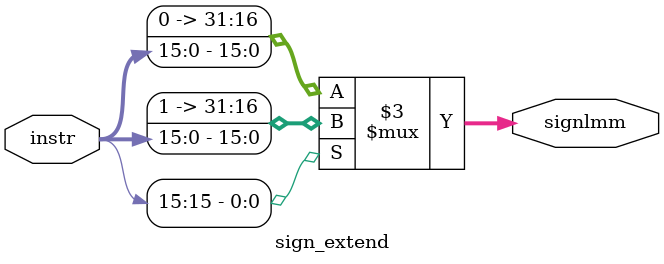
<source format=v>
`timescale 1ns / 1ps


module sign_extend(
    input [15:0] instr,
    output reg [31:0] signlmm
    );
    always@(*)begin
    if(instr[15])
        signlmm = {16'b1111111111111111, instr};
    else
        signlmm = {16'b0000000000000000, instr};
    end
endmodule

</source>
